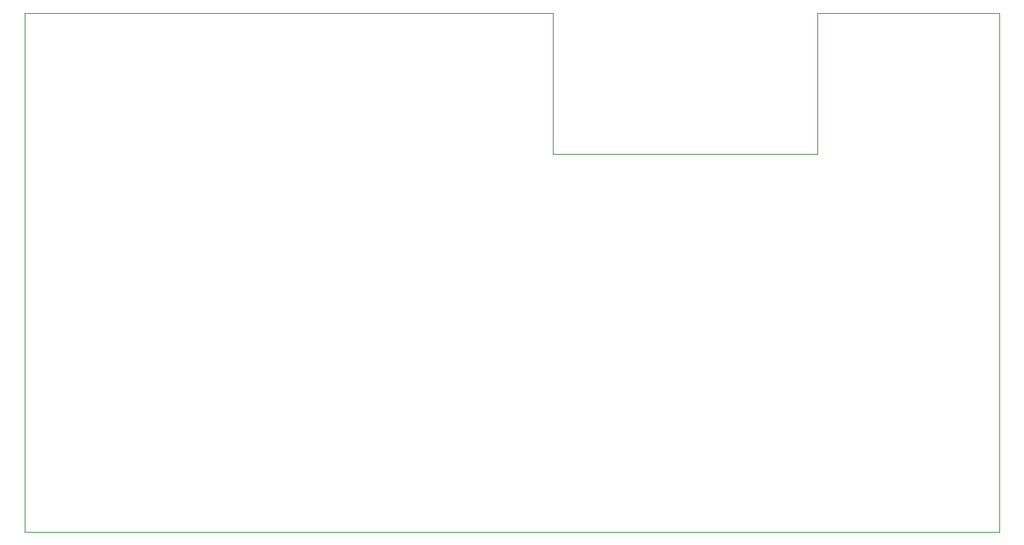
<source format=gbr>
%TF.GenerationSoftware,KiCad,Pcbnew,(6.0.0-0)*%
%TF.CreationDate,2022-09-25T22:14:05-04:00*%
%TF.ProjectId,Dome_Controller,446f6d65-5f43-46f6-9e74-726f6c6c6572,rev?*%
%TF.SameCoordinates,Original*%
%TF.FileFunction,Profile,NP*%
%FSLAX46Y46*%
G04 Gerber Fmt 4.6, Leading zero omitted, Abs format (unit mm)*
G04 Created by KiCad (PCBNEW (6.0.0-0)) date 2022-09-25 22:14:05*
%MOMM*%
%LPD*%
G01*
G04 APERTURE LIST*
%TA.AperFunction,Profile*%
%ADD10C,0.100000*%
%TD*%
G04 APERTURE END LIST*
D10*
X103000000Y-53000000D02*
X103000000Y-68500000D01*
X132000000Y-53000000D02*
X152000000Y-53000000D01*
X152000000Y-53000000D02*
X152000000Y-110000000D01*
X152000000Y-110000000D02*
X45000000Y-110000000D01*
X45000000Y-53000000D02*
X103000000Y-53000000D01*
X45000000Y-110000000D02*
X45000000Y-53000000D01*
X103000000Y-68500000D02*
X132000000Y-68500000D01*
X132000000Y-68500000D02*
X132000000Y-53000000D01*
M02*

</source>
